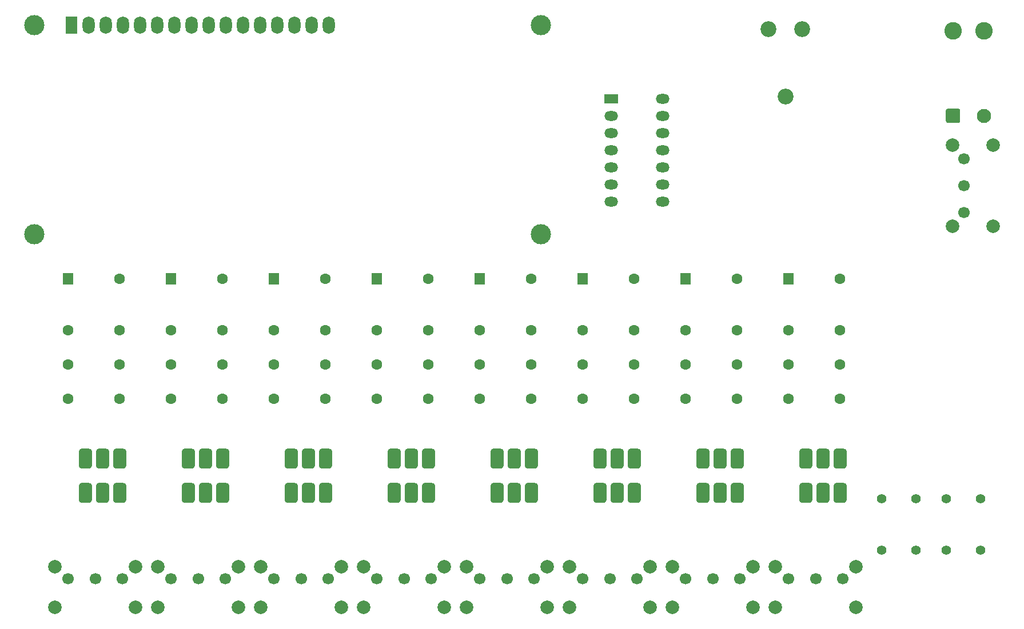
<source format=gbs>
G04 #@! TF.GenerationSoftware,KiCad,Pcbnew,(5.1.9)-1*
G04 #@! TF.CreationDate,2021-06-10T17:57:30+03:00*
G04 #@! TF.ProjectId,OneWireReader,4f6e6557-6972-4655-9265-616465722e6b,rev?*
G04 #@! TF.SameCoordinates,Original*
G04 #@! TF.FileFunction,Soldermask,Bot*
G04 #@! TF.FilePolarity,Negative*
%FSLAX46Y46*%
G04 Gerber Fmt 4.6, Leading zero omitted, Abs format (unit mm)*
G04 Created by KiCad (PCBNEW (5.1.9)-1) date 2021-06-10 17:57:30*
%MOMM*%
%LPD*%
G01*
G04 APERTURE LIST*
%ADD10C,2.600000*%
%ADD11C,2.100000*%
%ADD12C,1.600000*%
%ADD13R,1.600000X1.800000*%
%ADD14C,2.340000*%
%ADD15C,1.700000*%
%ADD16C,2.000000*%
%ADD17C,1.397000*%
%ADD18O,2.000000X1.440000*%
%ADD19R,2.000000X1.440000*%
%ADD20C,3.000000*%
%ADD21O,1.800000X2.600000*%
%ADD22R,1.800000X2.600000*%
G04 APERTURE END LIST*
D10*
X191544000Y-43915000D03*
X186944000Y-43915000D03*
D11*
X191544000Y-56515000D03*
G36*
G01*
X185894000Y-57315000D02*
X185894000Y-55715000D01*
G75*
G02*
X186144000Y-55465000I250000J0D01*
G01*
X187744000Y-55465000D01*
G75*
G02*
X187994000Y-55715000I0J-250000D01*
G01*
X187994000Y-57315000D01*
G75*
G02*
X187744000Y-57565000I-250000J0D01*
G01*
X186144000Y-57565000D01*
G75*
G02*
X185894000Y-57315000I0J250000D01*
G01*
G37*
D12*
X162600000Y-93350000D03*
X162600000Y-98430000D03*
X162600000Y-88270000D03*
X170220000Y-80650000D03*
D13*
X162600000Y-80650000D03*
D12*
X170220000Y-98430000D03*
X170220000Y-93350000D03*
X170220000Y-88270000D03*
D14*
X159639000Y-43688000D03*
X162139000Y-53688000D03*
X164639000Y-43688000D03*
D15*
X188595000Y-62866000D03*
X188595000Y-66866000D03*
X188595000Y-70866000D03*
D16*
X192845000Y-72866000D03*
X192845000Y-60866000D03*
X186845000Y-60866000D03*
X186845000Y-72866000D03*
D15*
X170600000Y-125100000D03*
X166600000Y-125100000D03*
X162600000Y-125100000D03*
D16*
X160600000Y-129350000D03*
X172600000Y-129350000D03*
X172600000Y-123350000D03*
X160600000Y-123350000D03*
D15*
X155360000Y-125100000D03*
X151360000Y-125100000D03*
X147360000Y-125100000D03*
D16*
X145360000Y-129350000D03*
X157360000Y-129350000D03*
X157360000Y-123350000D03*
X145360000Y-123350000D03*
D15*
X140120000Y-125100000D03*
X136120000Y-125100000D03*
X132120000Y-125100000D03*
D16*
X130120000Y-129350000D03*
X142120000Y-129350000D03*
X142120000Y-123350000D03*
X130120000Y-123350000D03*
D15*
X124880000Y-125100000D03*
X120880000Y-125100000D03*
X116880000Y-125100000D03*
D16*
X114880000Y-129350000D03*
X126880000Y-129350000D03*
X126880000Y-123350000D03*
X114880000Y-123350000D03*
D15*
X109640000Y-125100000D03*
X105640000Y-125100000D03*
X101640000Y-125100000D03*
D16*
X99640000Y-129350000D03*
X111640000Y-129350000D03*
X111640000Y-123350000D03*
X99640000Y-123350000D03*
D15*
X94400000Y-125100000D03*
X90400000Y-125100000D03*
X86400000Y-125100000D03*
D16*
X84400000Y-129350000D03*
X96400000Y-129350000D03*
X96400000Y-123350000D03*
X84400000Y-123350000D03*
D15*
X79160000Y-125100000D03*
X75160000Y-125100000D03*
X71160000Y-125100000D03*
D16*
X69160000Y-129350000D03*
X81160000Y-129350000D03*
X81160000Y-123350000D03*
X69160000Y-123350000D03*
D15*
X63920000Y-125100000D03*
X59920000Y-125100000D03*
X55920000Y-125100000D03*
D16*
X53920000Y-129350000D03*
X65920000Y-129350000D03*
X65920000Y-123350000D03*
X53920000Y-123350000D03*
D17*
X185928000Y-113284000D03*
X191008000Y-113284000D03*
X185928000Y-120904000D03*
X191008000Y-120904000D03*
X181483000Y-120904000D03*
X176403000Y-120904000D03*
X181483000Y-113284000D03*
X176403000Y-113284000D03*
D12*
X147360000Y-93350000D03*
X147360000Y-98430000D03*
X147360000Y-88270000D03*
X154980000Y-80650000D03*
D13*
X147360000Y-80650000D03*
D12*
X154980000Y-98430000D03*
X154980000Y-93350000D03*
X154980000Y-88270000D03*
X132120000Y-93350000D03*
X132120000Y-98430000D03*
X132120000Y-88270000D03*
X139740000Y-80650000D03*
D13*
X132120000Y-80650000D03*
D12*
X139740000Y-98430000D03*
X139740000Y-93350000D03*
X139740000Y-88270000D03*
X116880000Y-93350000D03*
X116880000Y-98430000D03*
X116880000Y-88270000D03*
X124500000Y-80650000D03*
D13*
X116880000Y-80650000D03*
D12*
X124500000Y-98430000D03*
X124500000Y-93350000D03*
X124500000Y-88270000D03*
X101640000Y-93350000D03*
X101640000Y-98430000D03*
X101640000Y-88270000D03*
X109260000Y-80650000D03*
D13*
X101640000Y-80650000D03*
D12*
X109260000Y-98430000D03*
X109260000Y-93350000D03*
X109260000Y-88270000D03*
X86400000Y-93350000D03*
X86400000Y-98430000D03*
X86400000Y-88270000D03*
X94020000Y-80650000D03*
D13*
X86400000Y-80650000D03*
D12*
X94020000Y-98430000D03*
X94020000Y-93350000D03*
X94020000Y-88270000D03*
X71160000Y-93350000D03*
X71160000Y-98430000D03*
X71160000Y-88270000D03*
X78780000Y-80650000D03*
D13*
X71160000Y-80650000D03*
D12*
X78780000Y-98430000D03*
X78780000Y-93350000D03*
X78780000Y-88270000D03*
X55920000Y-93350000D03*
X55920000Y-98430000D03*
X55920000Y-88270000D03*
X63540000Y-80650000D03*
D13*
X55920000Y-80650000D03*
D12*
X63540000Y-98430000D03*
X63540000Y-93350000D03*
X63540000Y-88270000D03*
D18*
X143931000Y-69220000D03*
X136311000Y-69220000D03*
X143931000Y-66680000D03*
X136311000Y-66680000D03*
X143931000Y-64140000D03*
X136311000Y-64140000D03*
X143931000Y-61600000D03*
X136311000Y-61600000D03*
X143931000Y-59060000D03*
X136311000Y-59060000D03*
X143931000Y-56520000D03*
X136311000Y-56520000D03*
X143931000Y-53980000D03*
D19*
X136311000Y-53980000D03*
G36*
G01*
X171220000Y-106320000D02*
X171220000Y-108320000D01*
G75*
G02*
X170720000Y-108820000I-500000J0D01*
G01*
X169720000Y-108820000D01*
G75*
G02*
X169220000Y-108320000I0J500000D01*
G01*
X169220000Y-106320000D01*
G75*
G02*
X169720000Y-105820000I500000J0D01*
G01*
X170720000Y-105820000D01*
G75*
G02*
X171220000Y-106320000I0J-500000D01*
G01*
G37*
G36*
G01*
X166140000Y-106320000D02*
X166140000Y-108320000D01*
G75*
G02*
X165640000Y-108820000I-500000J0D01*
G01*
X164640000Y-108820000D01*
G75*
G02*
X164140000Y-108320000I0J500000D01*
G01*
X164140000Y-106320000D01*
G75*
G02*
X164640000Y-105820000I500000J0D01*
G01*
X165640000Y-105820000D01*
G75*
G02*
X166140000Y-106320000I0J-500000D01*
G01*
G37*
G36*
G01*
X168680000Y-106320000D02*
X168680000Y-108320000D01*
G75*
G02*
X168180000Y-108820000I-500000J0D01*
G01*
X167180000Y-108820000D01*
G75*
G02*
X166680000Y-108320000I0J500000D01*
G01*
X166680000Y-106320000D01*
G75*
G02*
X167180000Y-105820000I500000J0D01*
G01*
X168180000Y-105820000D01*
G75*
G02*
X168680000Y-106320000I0J-500000D01*
G01*
G37*
G36*
G01*
X166140000Y-111400000D02*
X166140000Y-113400000D01*
G75*
G02*
X165640000Y-113900000I-500000J0D01*
G01*
X164640000Y-113900000D01*
G75*
G02*
X164140000Y-113400000I0J500000D01*
G01*
X164140000Y-111400000D01*
G75*
G02*
X164640000Y-110900000I500000J0D01*
G01*
X165640000Y-110900000D01*
G75*
G02*
X166140000Y-111400000I0J-500000D01*
G01*
G37*
G36*
G01*
X168680000Y-111400000D02*
X168680000Y-113400000D01*
G75*
G02*
X168180000Y-113900000I-500000J0D01*
G01*
X167180000Y-113900000D01*
G75*
G02*
X166680000Y-113400000I0J500000D01*
G01*
X166680000Y-111400000D01*
G75*
G02*
X167180000Y-110900000I500000J0D01*
G01*
X168180000Y-110900000D01*
G75*
G02*
X168680000Y-111400000I0J-500000D01*
G01*
G37*
G36*
G01*
X171220000Y-111400000D02*
X171220000Y-113400000D01*
G75*
G02*
X170720000Y-113900000I-500000J0D01*
G01*
X169720000Y-113900000D01*
G75*
G02*
X169220000Y-113400000I0J500000D01*
G01*
X169220000Y-111400000D01*
G75*
G02*
X169720000Y-110900000I500000J0D01*
G01*
X170720000Y-110900000D01*
G75*
G02*
X171220000Y-111400000I0J-500000D01*
G01*
G37*
G36*
G01*
X155980000Y-106320000D02*
X155980000Y-108320000D01*
G75*
G02*
X155480000Y-108820000I-500000J0D01*
G01*
X154480000Y-108820000D01*
G75*
G02*
X153980000Y-108320000I0J500000D01*
G01*
X153980000Y-106320000D01*
G75*
G02*
X154480000Y-105820000I500000J0D01*
G01*
X155480000Y-105820000D01*
G75*
G02*
X155980000Y-106320000I0J-500000D01*
G01*
G37*
G36*
G01*
X150900000Y-106320000D02*
X150900000Y-108320000D01*
G75*
G02*
X150400000Y-108820000I-500000J0D01*
G01*
X149400000Y-108820000D01*
G75*
G02*
X148900000Y-108320000I0J500000D01*
G01*
X148900000Y-106320000D01*
G75*
G02*
X149400000Y-105820000I500000J0D01*
G01*
X150400000Y-105820000D01*
G75*
G02*
X150900000Y-106320000I0J-500000D01*
G01*
G37*
G36*
G01*
X153440000Y-106320000D02*
X153440000Y-108320000D01*
G75*
G02*
X152940000Y-108820000I-500000J0D01*
G01*
X151940000Y-108820000D01*
G75*
G02*
X151440000Y-108320000I0J500000D01*
G01*
X151440000Y-106320000D01*
G75*
G02*
X151940000Y-105820000I500000J0D01*
G01*
X152940000Y-105820000D01*
G75*
G02*
X153440000Y-106320000I0J-500000D01*
G01*
G37*
G36*
G01*
X150900000Y-111400000D02*
X150900000Y-113400000D01*
G75*
G02*
X150400000Y-113900000I-500000J0D01*
G01*
X149400000Y-113900000D01*
G75*
G02*
X148900000Y-113400000I0J500000D01*
G01*
X148900000Y-111400000D01*
G75*
G02*
X149400000Y-110900000I500000J0D01*
G01*
X150400000Y-110900000D01*
G75*
G02*
X150900000Y-111400000I0J-500000D01*
G01*
G37*
G36*
G01*
X153440000Y-111400000D02*
X153440000Y-113400000D01*
G75*
G02*
X152940000Y-113900000I-500000J0D01*
G01*
X151940000Y-113900000D01*
G75*
G02*
X151440000Y-113400000I0J500000D01*
G01*
X151440000Y-111400000D01*
G75*
G02*
X151940000Y-110900000I500000J0D01*
G01*
X152940000Y-110900000D01*
G75*
G02*
X153440000Y-111400000I0J-500000D01*
G01*
G37*
G36*
G01*
X155980000Y-111400000D02*
X155980000Y-113400000D01*
G75*
G02*
X155480000Y-113900000I-500000J0D01*
G01*
X154480000Y-113900000D01*
G75*
G02*
X153980000Y-113400000I0J500000D01*
G01*
X153980000Y-111400000D01*
G75*
G02*
X154480000Y-110900000I500000J0D01*
G01*
X155480000Y-110900000D01*
G75*
G02*
X155980000Y-111400000I0J-500000D01*
G01*
G37*
G36*
G01*
X140740000Y-106320000D02*
X140740000Y-108320000D01*
G75*
G02*
X140240000Y-108820000I-500000J0D01*
G01*
X139240000Y-108820000D01*
G75*
G02*
X138740000Y-108320000I0J500000D01*
G01*
X138740000Y-106320000D01*
G75*
G02*
X139240000Y-105820000I500000J0D01*
G01*
X140240000Y-105820000D01*
G75*
G02*
X140740000Y-106320000I0J-500000D01*
G01*
G37*
G36*
G01*
X135660000Y-106320000D02*
X135660000Y-108320000D01*
G75*
G02*
X135160000Y-108820000I-500000J0D01*
G01*
X134160000Y-108820000D01*
G75*
G02*
X133660000Y-108320000I0J500000D01*
G01*
X133660000Y-106320000D01*
G75*
G02*
X134160000Y-105820000I500000J0D01*
G01*
X135160000Y-105820000D01*
G75*
G02*
X135660000Y-106320000I0J-500000D01*
G01*
G37*
G36*
G01*
X138200000Y-106320000D02*
X138200000Y-108320000D01*
G75*
G02*
X137700000Y-108820000I-500000J0D01*
G01*
X136700000Y-108820000D01*
G75*
G02*
X136200000Y-108320000I0J500000D01*
G01*
X136200000Y-106320000D01*
G75*
G02*
X136700000Y-105820000I500000J0D01*
G01*
X137700000Y-105820000D01*
G75*
G02*
X138200000Y-106320000I0J-500000D01*
G01*
G37*
G36*
G01*
X135660000Y-111400000D02*
X135660000Y-113400000D01*
G75*
G02*
X135160000Y-113900000I-500000J0D01*
G01*
X134160000Y-113900000D01*
G75*
G02*
X133660000Y-113400000I0J500000D01*
G01*
X133660000Y-111400000D01*
G75*
G02*
X134160000Y-110900000I500000J0D01*
G01*
X135160000Y-110900000D01*
G75*
G02*
X135660000Y-111400000I0J-500000D01*
G01*
G37*
G36*
G01*
X138200000Y-111400000D02*
X138200000Y-113400000D01*
G75*
G02*
X137700000Y-113900000I-500000J0D01*
G01*
X136700000Y-113900000D01*
G75*
G02*
X136200000Y-113400000I0J500000D01*
G01*
X136200000Y-111400000D01*
G75*
G02*
X136700000Y-110900000I500000J0D01*
G01*
X137700000Y-110900000D01*
G75*
G02*
X138200000Y-111400000I0J-500000D01*
G01*
G37*
G36*
G01*
X140740000Y-111400000D02*
X140740000Y-113400000D01*
G75*
G02*
X140240000Y-113900000I-500000J0D01*
G01*
X139240000Y-113900000D01*
G75*
G02*
X138740000Y-113400000I0J500000D01*
G01*
X138740000Y-111400000D01*
G75*
G02*
X139240000Y-110900000I500000J0D01*
G01*
X140240000Y-110900000D01*
G75*
G02*
X140740000Y-111400000I0J-500000D01*
G01*
G37*
G36*
G01*
X125500000Y-106320000D02*
X125500000Y-108320000D01*
G75*
G02*
X125000000Y-108820000I-500000J0D01*
G01*
X124000000Y-108820000D01*
G75*
G02*
X123500000Y-108320000I0J500000D01*
G01*
X123500000Y-106320000D01*
G75*
G02*
X124000000Y-105820000I500000J0D01*
G01*
X125000000Y-105820000D01*
G75*
G02*
X125500000Y-106320000I0J-500000D01*
G01*
G37*
G36*
G01*
X120420000Y-106320000D02*
X120420000Y-108320000D01*
G75*
G02*
X119920000Y-108820000I-500000J0D01*
G01*
X118920000Y-108820000D01*
G75*
G02*
X118420000Y-108320000I0J500000D01*
G01*
X118420000Y-106320000D01*
G75*
G02*
X118920000Y-105820000I500000J0D01*
G01*
X119920000Y-105820000D01*
G75*
G02*
X120420000Y-106320000I0J-500000D01*
G01*
G37*
G36*
G01*
X122960000Y-106320000D02*
X122960000Y-108320000D01*
G75*
G02*
X122460000Y-108820000I-500000J0D01*
G01*
X121460000Y-108820000D01*
G75*
G02*
X120960000Y-108320000I0J500000D01*
G01*
X120960000Y-106320000D01*
G75*
G02*
X121460000Y-105820000I500000J0D01*
G01*
X122460000Y-105820000D01*
G75*
G02*
X122960000Y-106320000I0J-500000D01*
G01*
G37*
G36*
G01*
X120420000Y-111400000D02*
X120420000Y-113400000D01*
G75*
G02*
X119920000Y-113900000I-500000J0D01*
G01*
X118920000Y-113900000D01*
G75*
G02*
X118420000Y-113400000I0J500000D01*
G01*
X118420000Y-111400000D01*
G75*
G02*
X118920000Y-110900000I500000J0D01*
G01*
X119920000Y-110900000D01*
G75*
G02*
X120420000Y-111400000I0J-500000D01*
G01*
G37*
G36*
G01*
X122960000Y-111400000D02*
X122960000Y-113400000D01*
G75*
G02*
X122460000Y-113900000I-500000J0D01*
G01*
X121460000Y-113900000D01*
G75*
G02*
X120960000Y-113400000I0J500000D01*
G01*
X120960000Y-111400000D01*
G75*
G02*
X121460000Y-110900000I500000J0D01*
G01*
X122460000Y-110900000D01*
G75*
G02*
X122960000Y-111400000I0J-500000D01*
G01*
G37*
G36*
G01*
X125500000Y-111400000D02*
X125500000Y-113400000D01*
G75*
G02*
X125000000Y-113900000I-500000J0D01*
G01*
X124000000Y-113900000D01*
G75*
G02*
X123500000Y-113400000I0J500000D01*
G01*
X123500000Y-111400000D01*
G75*
G02*
X124000000Y-110900000I500000J0D01*
G01*
X125000000Y-110900000D01*
G75*
G02*
X125500000Y-111400000I0J-500000D01*
G01*
G37*
G36*
G01*
X110260000Y-106320000D02*
X110260000Y-108320000D01*
G75*
G02*
X109760000Y-108820000I-500000J0D01*
G01*
X108760000Y-108820000D01*
G75*
G02*
X108260000Y-108320000I0J500000D01*
G01*
X108260000Y-106320000D01*
G75*
G02*
X108760000Y-105820000I500000J0D01*
G01*
X109760000Y-105820000D01*
G75*
G02*
X110260000Y-106320000I0J-500000D01*
G01*
G37*
G36*
G01*
X105180000Y-106320000D02*
X105180000Y-108320000D01*
G75*
G02*
X104680000Y-108820000I-500000J0D01*
G01*
X103680000Y-108820000D01*
G75*
G02*
X103180000Y-108320000I0J500000D01*
G01*
X103180000Y-106320000D01*
G75*
G02*
X103680000Y-105820000I500000J0D01*
G01*
X104680000Y-105820000D01*
G75*
G02*
X105180000Y-106320000I0J-500000D01*
G01*
G37*
G36*
G01*
X107720000Y-106320000D02*
X107720000Y-108320000D01*
G75*
G02*
X107220000Y-108820000I-500000J0D01*
G01*
X106220000Y-108820000D01*
G75*
G02*
X105720000Y-108320000I0J500000D01*
G01*
X105720000Y-106320000D01*
G75*
G02*
X106220000Y-105820000I500000J0D01*
G01*
X107220000Y-105820000D01*
G75*
G02*
X107720000Y-106320000I0J-500000D01*
G01*
G37*
G36*
G01*
X105180000Y-111400000D02*
X105180000Y-113400000D01*
G75*
G02*
X104680000Y-113900000I-500000J0D01*
G01*
X103680000Y-113900000D01*
G75*
G02*
X103180000Y-113400000I0J500000D01*
G01*
X103180000Y-111400000D01*
G75*
G02*
X103680000Y-110900000I500000J0D01*
G01*
X104680000Y-110900000D01*
G75*
G02*
X105180000Y-111400000I0J-500000D01*
G01*
G37*
G36*
G01*
X107720000Y-111400000D02*
X107720000Y-113400000D01*
G75*
G02*
X107220000Y-113900000I-500000J0D01*
G01*
X106220000Y-113900000D01*
G75*
G02*
X105720000Y-113400000I0J500000D01*
G01*
X105720000Y-111400000D01*
G75*
G02*
X106220000Y-110900000I500000J0D01*
G01*
X107220000Y-110900000D01*
G75*
G02*
X107720000Y-111400000I0J-500000D01*
G01*
G37*
G36*
G01*
X110260000Y-111400000D02*
X110260000Y-113400000D01*
G75*
G02*
X109760000Y-113900000I-500000J0D01*
G01*
X108760000Y-113900000D01*
G75*
G02*
X108260000Y-113400000I0J500000D01*
G01*
X108260000Y-111400000D01*
G75*
G02*
X108760000Y-110900000I500000J0D01*
G01*
X109760000Y-110900000D01*
G75*
G02*
X110260000Y-111400000I0J-500000D01*
G01*
G37*
G36*
G01*
X95020000Y-106320000D02*
X95020000Y-108320000D01*
G75*
G02*
X94520000Y-108820000I-500000J0D01*
G01*
X93520000Y-108820000D01*
G75*
G02*
X93020000Y-108320000I0J500000D01*
G01*
X93020000Y-106320000D01*
G75*
G02*
X93520000Y-105820000I500000J0D01*
G01*
X94520000Y-105820000D01*
G75*
G02*
X95020000Y-106320000I0J-500000D01*
G01*
G37*
G36*
G01*
X89940000Y-106320000D02*
X89940000Y-108320000D01*
G75*
G02*
X89440000Y-108820000I-500000J0D01*
G01*
X88440000Y-108820000D01*
G75*
G02*
X87940000Y-108320000I0J500000D01*
G01*
X87940000Y-106320000D01*
G75*
G02*
X88440000Y-105820000I500000J0D01*
G01*
X89440000Y-105820000D01*
G75*
G02*
X89940000Y-106320000I0J-500000D01*
G01*
G37*
G36*
G01*
X92480000Y-106320000D02*
X92480000Y-108320000D01*
G75*
G02*
X91980000Y-108820000I-500000J0D01*
G01*
X90980000Y-108820000D01*
G75*
G02*
X90480000Y-108320000I0J500000D01*
G01*
X90480000Y-106320000D01*
G75*
G02*
X90980000Y-105820000I500000J0D01*
G01*
X91980000Y-105820000D01*
G75*
G02*
X92480000Y-106320000I0J-500000D01*
G01*
G37*
G36*
G01*
X89940000Y-111400000D02*
X89940000Y-113400000D01*
G75*
G02*
X89440000Y-113900000I-500000J0D01*
G01*
X88440000Y-113900000D01*
G75*
G02*
X87940000Y-113400000I0J500000D01*
G01*
X87940000Y-111400000D01*
G75*
G02*
X88440000Y-110900000I500000J0D01*
G01*
X89440000Y-110900000D01*
G75*
G02*
X89940000Y-111400000I0J-500000D01*
G01*
G37*
G36*
G01*
X92480000Y-111400000D02*
X92480000Y-113400000D01*
G75*
G02*
X91980000Y-113900000I-500000J0D01*
G01*
X90980000Y-113900000D01*
G75*
G02*
X90480000Y-113400000I0J500000D01*
G01*
X90480000Y-111400000D01*
G75*
G02*
X90980000Y-110900000I500000J0D01*
G01*
X91980000Y-110900000D01*
G75*
G02*
X92480000Y-111400000I0J-500000D01*
G01*
G37*
G36*
G01*
X95020000Y-111400000D02*
X95020000Y-113400000D01*
G75*
G02*
X94520000Y-113900000I-500000J0D01*
G01*
X93520000Y-113900000D01*
G75*
G02*
X93020000Y-113400000I0J500000D01*
G01*
X93020000Y-111400000D01*
G75*
G02*
X93520000Y-110900000I500000J0D01*
G01*
X94520000Y-110900000D01*
G75*
G02*
X95020000Y-111400000I0J-500000D01*
G01*
G37*
G36*
G01*
X79780000Y-106320000D02*
X79780000Y-108320000D01*
G75*
G02*
X79280000Y-108820000I-500000J0D01*
G01*
X78280000Y-108820000D01*
G75*
G02*
X77780000Y-108320000I0J500000D01*
G01*
X77780000Y-106320000D01*
G75*
G02*
X78280000Y-105820000I500000J0D01*
G01*
X79280000Y-105820000D01*
G75*
G02*
X79780000Y-106320000I0J-500000D01*
G01*
G37*
G36*
G01*
X74700000Y-106320000D02*
X74700000Y-108320000D01*
G75*
G02*
X74200000Y-108820000I-500000J0D01*
G01*
X73200000Y-108820000D01*
G75*
G02*
X72700000Y-108320000I0J500000D01*
G01*
X72700000Y-106320000D01*
G75*
G02*
X73200000Y-105820000I500000J0D01*
G01*
X74200000Y-105820000D01*
G75*
G02*
X74700000Y-106320000I0J-500000D01*
G01*
G37*
G36*
G01*
X77240000Y-106320000D02*
X77240000Y-108320000D01*
G75*
G02*
X76740000Y-108820000I-500000J0D01*
G01*
X75740000Y-108820000D01*
G75*
G02*
X75240000Y-108320000I0J500000D01*
G01*
X75240000Y-106320000D01*
G75*
G02*
X75740000Y-105820000I500000J0D01*
G01*
X76740000Y-105820000D01*
G75*
G02*
X77240000Y-106320000I0J-500000D01*
G01*
G37*
G36*
G01*
X74700000Y-111400000D02*
X74700000Y-113400000D01*
G75*
G02*
X74200000Y-113900000I-500000J0D01*
G01*
X73200000Y-113900000D01*
G75*
G02*
X72700000Y-113400000I0J500000D01*
G01*
X72700000Y-111400000D01*
G75*
G02*
X73200000Y-110900000I500000J0D01*
G01*
X74200000Y-110900000D01*
G75*
G02*
X74700000Y-111400000I0J-500000D01*
G01*
G37*
G36*
G01*
X77240000Y-111400000D02*
X77240000Y-113400000D01*
G75*
G02*
X76740000Y-113900000I-500000J0D01*
G01*
X75740000Y-113900000D01*
G75*
G02*
X75240000Y-113400000I0J500000D01*
G01*
X75240000Y-111400000D01*
G75*
G02*
X75740000Y-110900000I500000J0D01*
G01*
X76740000Y-110900000D01*
G75*
G02*
X77240000Y-111400000I0J-500000D01*
G01*
G37*
G36*
G01*
X79780000Y-111400000D02*
X79780000Y-113400000D01*
G75*
G02*
X79280000Y-113900000I-500000J0D01*
G01*
X78280000Y-113900000D01*
G75*
G02*
X77780000Y-113400000I0J500000D01*
G01*
X77780000Y-111400000D01*
G75*
G02*
X78280000Y-110900000I500000J0D01*
G01*
X79280000Y-110900000D01*
G75*
G02*
X79780000Y-111400000I0J-500000D01*
G01*
G37*
G36*
G01*
X64540000Y-106320000D02*
X64540000Y-108320000D01*
G75*
G02*
X64040000Y-108820000I-500000J0D01*
G01*
X63040000Y-108820000D01*
G75*
G02*
X62540000Y-108320000I0J500000D01*
G01*
X62540000Y-106320000D01*
G75*
G02*
X63040000Y-105820000I500000J0D01*
G01*
X64040000Y-105820000D01*
G75*
G02*
X64540000Y-106320000I0J-500000D01*
G01*
G37*
G36*
G01*
X59460000Y-106320000D02*
X59460000Y-108320000D01*
G75*
G02*
X58960000Y-108820000I-500000J0D01*
G01*
X57960000Y-108820000D01*
G75*
G02*
X57460000Y-108320000I0J500000D01*
G01*
X57460000Y-106320000D01*
G75*
G02*
X57960000Y-105820000I500000J0D01*
G01*
X58960000Y-105820000D01*
G75*
G02*
X59460000Y-106320000I0J-500000D01*
G01*
G37*
G36*
G01*
X62000000Y-106320000D02*
X62000000Y-108320000D01*
G75*
G02*
X61500000Y-108820000I-500000J0D01*
G01*
X60500000Y-108820000D01*
G75*
G02*
X60000000Y-108320000I0J500000D01*
G01*
X60000000Y-106320000D01*
G75*
G02*
X60500000Y-105820000I500000J0D01*
G01*
X61500000Y-105820000D01*
G75*
G02*
X62000000Y-106320000I0J-500000D01*
G01*
G37*
G36*
G01*
X59460000Y-111400000D02*
X59460000Y-113400000D01*
G75*
G02*
X58960000Y-113900000I-500000J0D01*
G01*
X57960000Y-113900000D01*
G75*
G02*
X57460000Y-113400000I0J500000D01*
G01*
X57460000Y-111400000D01*
G75*
G02*
X57960000Y-110900000I500000J0D01*
G01*
X58960000Y-110900000D01*
G75*
G02*
X59460000Y-111400000I0J-500000D01*
G01*
G37*
G36*
G01*
X62000000Y-111400000D02*
X62000000Y-113400000D01*
G75*
G02*
X61500000Y-113900000I-500000J0D01*
G01*
X60500000Y-113900000D01*
G75*
G02*
X60000000Y-113400000I0J500000D01*
G01*
X60000000Y-111400000D01*
G75*
G02*
X60500000Y-110900000I500000J0D01*
G01*
X61500000Y-110900000D01*
G75*
G02*
X62000000Y-111400000I0J-500000D01*
G01*
G37*
G36*
G01*
X64540000Y-111400000D02*
X64540000Y-113400000D01*
G75*
G02*
X64040000Y-113900000I-500000J0D01*
G01*
X63040000Y-113900000D01*
G75*
G02*
X62540000Y-113400000I0J500000D01*
G01*
X62540000Y-111400000D01*
G75*
G02*
X63040000Y-110900000I500000J0D01*
G01*
X64040000Y-110900000D01*
G75*
G02*
X64540000Y-111400000I0J-500000D01*
G01*
G37*
D20*
X125928000Y-43058000D03*
X125927480Y-74058700D03*
X50928900Y-74058700D03*
X50928900Y-43058000D03*
D21*
X94528000Y-43058000D03*
X91988000Y-43058000D03*
X89448000Y-43058000D03*
X86908000Y-43058000D03*
X84368000Y-43058000D03*
X81828000Y-43058000D03*
X79288000Y-43058000D03*
X76748000Y-43058000D03*
X74208000Y-43058000D03*
X71668000Y-43058000D03*
X69128000Y-43058000D03*
X66588000Y-43058000D03*
X64048000Y-43058000D03*
X61508000Y-43058000D03*
X58968000Y-43058000D03*
D22*
X56428000Y-43058000D03*
M02*

</source>
